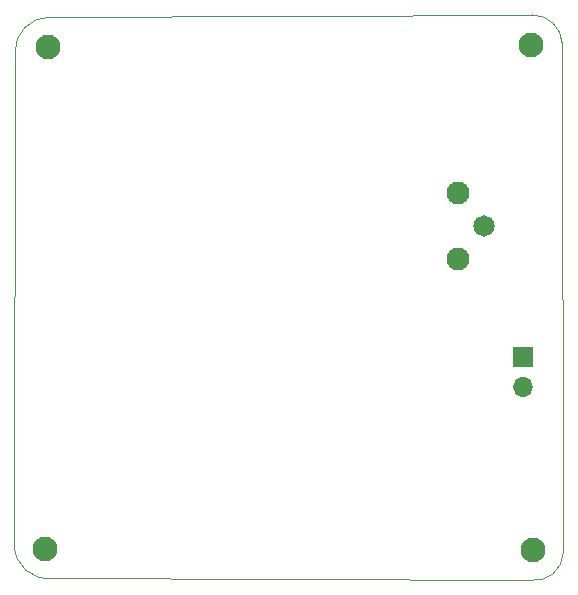
<source format=gbr>
%TF.GenerationSoftware,KiCad,Pcbnew,(6.0.7)*%
%TF.CreationDate,2022-11-06T13:07:56+05:30*%
%TF.ProjectId,Interface_PCB,496e7465-7266-4616-9365-5f5043422e6b,rev?*%
%TF.SameCoordinates,Original*%
%TF.FileFunction,Soldermask,Bot*%
%TF.FilePolarity,Negative*%
%FSLAX46Y46*%
G04 Gerber Fmt 4.6, Leading zero omitted, Abs format (unit mm)*
G04 Created by KiCad (PCBNEW (6.0.7)) date 2022-11-06 13:07:56*
%MOMM*%
%LPD*%
G01*
G04 APERTURE LIST*
%TA.AperFunction,Profile*%
%ADD10C,0.100000*%
%TD*%
%ADD11R,1.700000X1.700000*%
%ADD12O,1.700000X1.700000*%
%ADD13C,2.100000*%
%ADD14C,1.950000*%
%ADD15C,1.815000*%
G04 APERTURE END LIST*
D10*
X117094000Y-83007162D02*
G75*
G03*
X114147600Y-86004400I-400J-2946438D01*
G01*
X117246400Y-130530600D02*
X157748260Y-130697260D01*
X160477221Y-85216999D02*
G75*
G03*
X157962600Y-82829400I-2514621J-130401D01*
G01*
X157748256Y-130697285D02*
G75*
G03*
X160578800Y-128371600I379644J2423285D01*
G01*
X114096800Y-127736600D02*
X114147600Y-86004400D01*
X117094000Y-83007200D02*
X157962600Y-82829400D01*
X160477200Y-85217000D02*
X160578800Y-128371600D01*
X114096788Y-127736600D02*
G75*
G03*
X117246400Y-130530600I2834212J22700D01*
G01*
D11*
%TO.C,J8*%
X157200600Y-111760000D03*
D12*
X157200600Y-114300000D03*
%TD*%
D13*
%TO.C,H2*%
X116679909Y-128042414D03*
%TD*%
%TO.C,H3*%
X116941600Y-85572600D03*
%TD*%
%TO.C,H1*%
X157810200Y-85369400D03*
%TD*%
%TO.C,H4*%
X157980309Y-128144014D03*
%TD*%
D14*
%TO.C,J7*%
X151679400Y-103485600D03*
X151679400Y-97885600D03*
D15*
X153828400Y-100685600D03*
%TD*%
M02*

</source>
